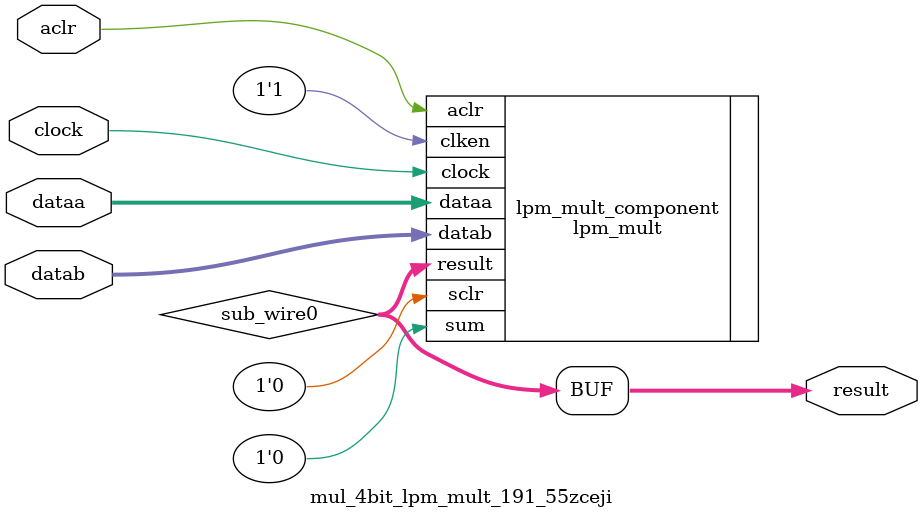
<source format=v>


`timescale 1 ps / 1 ps
// synopsys translate_on
module  mul_4bit_lpm_mult_191_55zceji  (
            aclr,
            clock,
            dataa,
            datab,
            result);

            input  aclr;
            input  clock;
            input [3:0] dataa;
            input [3:0] datab;
            output [7:0] result;

            wire [7:0] sub_wire0;
            wire [7:0] result = sub_wire0[7:0];    

            lpm_mult        lpm_mult_component (
                                        .aclr (aclr),
                                        .clock (clock),
                                        .dataa (dataa),
                                        .datab (datab),
                                        .result (sub_wire0),
                                        .clken (1'b1),
                                        .sclr (1'b0),
                                        .sum (1'b0));
            defparam
                    lpm_mult_component.lpm_hint = "MAXIMIZE_SPEED=5",
                    lpm_mult_component.lpm_pipeline = 1,
                    lpm_mult_component.lpm_representation = "UNSIGNED",
                    lpm_mult_component.lpm_type = "LPM_MULT",
                    lpm_mult_component.lpm_widtha = 4,
                    lpm_mult_component.lpm_widthb = 4,
                    lpm_mult_component.lpm_widthp = 8;


endmodule



</source>
